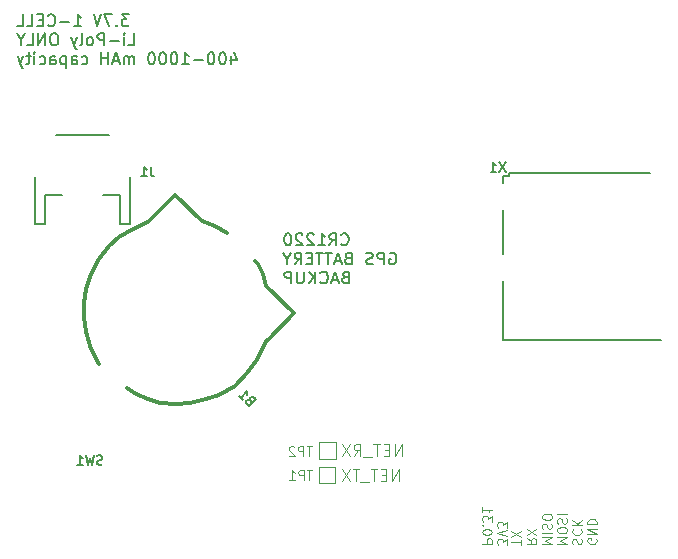
<source format=gbr>
%TF.GenerationSoftware,KiCad,Pcbnew,9.0.0-rc1*%
%TF.CreationDate,2025-02-03T21:42:01-06:00*%
%TF.ProjectId,tempo,74656d70-6f2e-46b6-9963-61645f706362,rev?*%
%TF.SameCoordinates,Original*%
%TF.FileFunction,Legend,Bot*%
%TF.FilePolarity,Positive*%
%FSLAX46Y46*%
G04 Gerber Fmt 4.6, Leading zero omitted, Abs format (unit mm)*
G04 Created by KiCad (PCBNEW 9.0.0-rc1) date 2025-02-03 21:42:01*
%MOMM*%
%LPD*%
G01*
G04 APERTURE LIST*
%ADD10C,0.100000*%
%ADD11C,0.150000*%
%ADD12C,0.127000*%
%ADD13C,0.304800*%
%ADD14C,0.203200*%
%ADD15C,0.120000*%
G04 APERTURE END LIST*
D10*
X173263104Y-113458734D02*
X174063104Y-113458734D01*
X174063104Y-113458734D02*
X173491676Y-113192068D01*
X173491676Y-113192068D02*
X174063104Y-112925401D01*
X174063104Y-112925401D02*
X173263104Y-112925401D01*
X174063104Y-112392067D02*
X174063104Y-112239686D01*
X174063104Y-112239686D02*
X174025009Y-112163496D01*
X174025009Y-112163496D02*
X173948819Y-112087305D01*
X173948819Y-112087305D02*
X173796438Y-112049210D01*
X173796438Y-112049210D02*
X173529771Y-112049210D01*
X173529771Y-112049210D02*
X173377390Y-112087305D01*
X173377390Y-112087305D02*
X173301200Y-112163496D01*
X173301200Y-112163496D02*
X173263104Y-112239686D01*
X173263104Y-112239686D02*
X173263104Y-112392067D01*
X173263104Y-112392067D02*
X173301200Y-112468258D01*
X173301200Y-112468258D02*
X173377390Y-112544448D01*
X173377390Y-112544448D02*
X173529771Y-112582544D01*
X173529771Y-112582544D02*
X173796438Y-112582544D01*
X173796438Y-112582544D02*
X173948819Y-112544448D01*
X173948819Y-112544448D02*
X174025009Y-112468258D01*
X174025009Y-112468258D02*
X174063104Y-112392067D01*
X173301200Y-111744449D02*
X173263104Y-111630163D01*
X173263104Y-111630163D02*
X173263104Y-111439687D01*
X173263104Y-111439687D02*
X173301200Y-111363496D01*
X173301200Y-111363496D02*
X173339295Y-111325401D01*
X173339295Y-111325401D02*
X173415485Y-111287306D01*
X173415485Y-111287306D02*
X173491676Y-111287306D01*
X173491676Y-111287306D02*
X173567866Y-111325401D01*
X173567866Y-111325401D02*
X173605961Y-111363496D01*
X173605961Y-111363496D02*
X173644057Y-111439687D01*
X173644057Y-111439687D02*
X173682152Y-111592068D01*
X173682152Y-111592068D02*
X173720247Y-111668258D01*
X173720247Y-111668258D02*
X173758342Y-111706353D01*
X173758342Y-111706353D02*
X173834533Y-111744449D01*
X173834533Y-111744449D02*
X173910723Y-111744449D01*
X173910723Y-111744449D02*
X173986914Y-111706353D01*
X173986914Y-111706353D02*
X174025009Y-111668258D01*
X174025009Y-111668258D02*
X174063104Y-111592068D01*
X174063104Y-111592068D02*
X174063104Y-111401591D01*
X174063104Y-111401591D02*
X174025009Y-111287306D01*
X173263104Y-110944448D02*
X174063104Y-110944448D01*
D11*
X154958684Y-88094692D02*
X155006303Y-88142312D01*
X155006303Y-88142312D02*
X155149160Y-88189931D01*
X155149160Y-88189931D02*
X155244398Y-88189931D01*
X155244398Y-88189931D02*
X155387255Y-88142312D01*
X155387255Y-88142312D02*
X155482493Y-88047073D01*
X155482493Y-88047073D02*
X155530112Y-87951835D01*
X155530112Y-87951835D02*
X155577731Y-87761359D01*
X155577731Y-87761359D02*
X155577731Y-87618502D01*
X155577731Y-87618502D02*
X155530112Y-87428026D01*
X155530112Y-87428026D02*
X155482493Y-87332788D01*
X155482493Y-87332788D02*
X155387255Y-87237550D01*
X155387255Y-87237550D02*
X155244398Y-87189931D01*
X155244398Y-87189931D02*
X155149160Y-87189931D01*
X155149160Y-87189931D02*
X155006303Y-87237550D01*
X155006303Y-87237550D02*
X154958684Y-87285169D01*
X153958684Y-88189931D02*
X154292017Y-87713740D01*
X154530112Y-88189931D02*
X154530112Y-87189931D01*
X154530112Y-87189931D02*
X154149160Y-87189931D01*
X154149160Y-87189931D02*
X154053922Y-87237550D01*
X154053922Y-87237550D02*
X154006303Y-87285169D01*
X154006303Y-87285169D02*
X153958684Y-87380407D01*
X153958684Y-87380407D02*
X153958684Y-87523264D01*
X153958684Y-87523264D02*
X154006303Y-87618502D01*
X154006303Y-87618502D02*
X154053922Y-87666121D01*
X154053922Y-87666121D02*
X154149160Y-87713740D01*
X154149160Y-87713740D02*
X154530112Y-87713740D01*
X153006303Y-88189931D02*
X153577731Y-88189931D01*
X153292017Y-88189931D02*
X153292017Y-87189931D01*
X153292017Y-87189931D02*
X153387255Y-87332788D01*
X153387255Y-87332788D02*
X153482493Y-87428026D01*
X153482493Y-87428026D02*
X153577731Y-87475645D01*
X152625350Y-87285169D02*
X152577731Y-87237550D01*
X152577731Y-87237550D02*
X152482493Y-87189931D01*
X152482493Y-87189931D02*
X152244398Y-87189931D01*
X152244398Y-87189931D02*
X152149160Y-87237550D01*
X152149160Y-87237550D02*
X152101541Y-87285169D01*
X152101541Y-87285169D02*
X152053922Y-87380407D01*
X152053922Y-87380407D02*
X152053922Y-87475645D01*
X152053922Y-87475645D02*
X152101541Y-87618502D01*
X152101541Y-87618502D02*
X152672969Y-88189931D01*
X152672969Y-88189931D02*
X152053922Y-88189931D01*
X151672969Y-87285169D02*
X151625350Y-87237550D01*
X151625350Y-87237550D02*
X151530112Y-87189931D01*
X151530112Y-87189931D02*
X151292017Y-87189931D01*
X151292017Y-87189931D02*
X151196779Y-87237550D01*
X151196779Y-87237550D02*
X151149160Y-87285169D01*
X151149160Y-87285169D02*
X151101541Y-87380407D01*
X151101541Y-87380407D02*
X151101541Y-87475645D01*
X151101541Y-87475645D02*
X151149160Y-87618502D01*
X151149160Y-87618502D02*
X151720588Y-88189931D01*
X151720588Y-88189931D02*
X151101541Y-88189931D01*
X150482493Y-87189931D02*
X150387255Y-87189931D01*
X150387255Y-87189931D02*
X150292017Y-87237550D01*
X150292017Y-87237550D02*
X150244398Y-87285169D01*
X150244398Y-87285169D02*
X150196779Y-87380407D01*
X150196779Y-87380407D02*
X150149160Y-87570883D01*
X150149160Y-87570883D02*
X150149160Y-87808978D01*
X150149160Y-87808978D02*
X150196779Y-87999454D01*
X150196779Y-87999454D02*
X150244398Y-88094692D01*
X150244398Y-88094692D02*
X150292017Y-88142312D01*
X150292017Y-88142312D02*
X150387255Y-88189931D01*
X150387255Y-88189931D02*
X150482493Y-88189931D01*
X150482493Y-88189931D02*
X150577731Y-88142312D01*
X150577731Y-88142312D02*
X150625350Y-88094692D01*
X150625350Y-88094692D02*
X150672969Y-87999454D01*
X150672969Y-87999454D02*
X150720588Y-87808978D01*
X150720588Y-87808978D02*
X150720588Y-87570883D01*
X150720588Y-87570883D02*
X150672969Y-87380407D01*
X150672969Y-87380407D02*
X150625350Y-87285169D01*
X150625350Y-87285169D02*
X150577731Y-87237550D01*
X150577731Y-87237550D02*
X150482493Y-87189931D01*
X159053923Y-88847494D02*
X159149161Y-88799875D01*
X159149161Y-88799875D02*
X159292018Y-88799875D01*
X159292018Y-88799875D02*
X159434875Y-88847494D01*
X159434875Y-88847494D02*
X159530113Y-88942732D01*
X159530113Y-88942732D02*
X159577732Y-89037970D01*
X159577732Y-89037970D02*
X159625351Y-89228446D01*
X159625351Y-89228446D02*
X159625351Y-89371303D01*
X159625351Y-89371303D02*
X159577732Y-89561779D01*
X159577732Y-89561779D02*
X159530113Y-89657017D01*
X159530113Y-89657017D02*
X159434875Y-89752256D01*
X159434875Y-89752256D02*
X159292018Y-89799875D01*
X159292018Y-89799875D02*
X159196780Y-89799875D01*
X159196780Y-89799875D02*
X159053923Y-89752256D01*
X159053923Y-89752256D02*
X159006304Y-89704636D01*
X159006304Y-89704636D02*
X159006304Y-89371303D01*
X159006304Y-89371303D02*
X159196780Y-89371303D01*
X158577732Y-89799875D02*
X158577732Y-88799875D01*
X158577732Y-88799875D02*
X158196780Y-88799875D01*
X158196780Y-88799875D02*
X158101542Y-88847494D01*
X158101542Y-88847494D02*
X158053923Y-88895113D01*
X158053923Y-88895113D02*
X158006304Y-88990351D01*
X158006304Y-88990351D02*
X158006304Y-89133208D01*
X158006304Y-89133208D02*
X158053923Y-89228446D01*
X158053923Y-89228446D02*
X158101542Y-89276065D01*
X158101542Y-89276065D02*
X158196780Y-89323684D01*
X158196780Y-89323684D02*
X158577732Y-89323684D01*
X157625351Y-89752256D02*
X157482494Y-89799875D01*
X157482494Y-89799875D02*
X157244399Y-89799875D01*
X157244399Y-89799875D02*
X157149161Y-89752256D01*
X157149161Y-89752256D02*
X157101542Y-89704636D01*
X157101542Y-89704636D02*
X157053923Y-89609398D01*
X157053923Y-89609398D02*
X157053923Y-89514160D01*
X157053923Y-89514160D02*
X157101542Y-89418922D01*
X157101542Y-89418922D02*
X157149161Y-89371303D01*
X157149161Y-89371303D02*
X157244399Y-89323684D01*
X157244399Y-89323684D02*
X157434875Y-89276065D01*
X157434875Y-89276065D02*
X157530113Y-89228446D01*
X157530113Y-89228446D02*
X157577732Y-89180827D01*
X157577732Y-89180827D02*
X157625351Y-89085589D01*
X157625351Y-89085589D02*
X157625351Y-88990351D01*
X157625351Y-88990351D02*
X157577732Y-88895113D01*
X157577732Y-88895113D02*
X157530113Y-88847494D01*
X157530113Y-88847494D02*
X157434875Y-88799875D01*
X157434875Y-88799875D02*
X157196780Y-88799875D01*
X157196780Y-88799875D02*
X157053923Y-88847494D01*
X155530113Y-89276065D02*
X155387256Y-89323684D01*
X155387256Y-89323684D02*
X155339637Y-89371303D01*
X155339637Y-89371303D02*
X155292018Y-89466541D01*
X155292018Y-89466541D02*
X155292018Y-89609398D01*
X155292018Y-89609398D02*
X155339637Y-89704636D01*
X155339637Y-89704636D02*
X155387256Y-89752256D01*
X155387256Y-89752256D02*
X155482494Y-89799875D01*
X155482494Y-89799875D02*
X155863446Y-89799875D01*
X155863446Y-89799875D02*
X155863446Y-88799875D01*
X155863446Y-88799875D02*
X155530113Y-88799875D01*
X155530113Y-88799875D02*
X155434875Y-88847494D01*
X155434875Y-88847494D02*
X155387256Y-88895113D01*
X155387256Y-88895113D02*
X155339637Y-88990351D01*
X155339637Y-88990351D02*
X155339637Y-89085589D01*
X155339637Y-89085589D02*
X155387256Y-89180827D01*
X155387256Y-89180827D02*
X155434875Y-89228446D01*
X155434875Y-89228446D02*
X155530113Y-89276065D01*
X155530113Y-89276065D02*
X155863446Y-89276065D01*
X154911065Y-89514160D02*
X154434875Y-89514160D01*
X155006303Y-89799875D02*
X154672970Y-88799875D01*
X154672970Y-88799875D02*
X154339637Y-89799875D01*
X154149160Y-88799875D02*
X153577732Y-88799875D01*
X153863446Y-89799875D02*
X153863446Y-88799875D01*
X153387255Y-88799875D02*
X152815827Y-88799875D01*
X153101541Y-89799875D02*
X153101541Y-88799875D01*
X152482493Y-89276065D02*
X152149160Y-89276065D01*
X152006303Y-89799875D02*
X152482493Y-89799875D01*
X152482493Y-89799875D02*
X152482493Y-88799875D01*
X152482493Y-88799875D02*
X152006303Y-88799875D01*
X151006303Y-89799875D02*
X151339636Y-89323684D01*
X151577731Y-89799875D02*
X151577731Y-88799875D01*
X151577731Y-88799875D02*
X151196779Y-88799875D01*
X151196779Y-88799875D02*
X151101541Y-88847494D01*
X151101541Y-88847494D02*
X151053922Y-88895113D01*
X151053922Y-88895113D02*
X151006303Y-88990351D01*
X151006303Y-88990351D02*
X151006303Y-89133208D01*
X151006303Y-89133208D02*
X151053922Y-89228446D01*
X151053922Y-89228446D02*
X151101541Y-89276065D01*
X151101541Y-89276065D02*
X151196779Y-89323684D01*
X151196779Y-89323684D02*
X151577731Y-89323684D01*
X150387255Y-89323684D02*
X150387255Y-89799875D01*
X150720588Y-88799875D02*
X150387255Y-89323684D01*
X150387255Y-89323684D02*
X150053922Y-88799875D01*
X155292017Y-90886009D02*
X155149160Y-90933628D01*
X155149160Y-90933628D02*
X155101541Y-90981247D01*
X155101541Y-90981247D02*
X155053922Y-91076485D01*
X155053922Y-91076485D02*
X155053922Y-91219342D01*
X155053922Y-91219342D02*
X155101541Y-91314580D01*
X155101541Y-91314580D02*
X155149160Y-91362200D01*
X155149160Y-91362200D02*
X155244398Y-91409819D01*
X155244398Y-91409819D02*
X155625350Y-91409819D01*
X155625350Y-91409819D02*
X155625350Y-90409819D01*
X155625350Y-90409819D02*
X155292017Y-90409819D01*
X155292017Y-90409819D02*
X155196779Y-90457438D01*
X155196779Y-90457438D02*
X155149160Y-90505057D01*
X155149160Y-90505057D02*
X155101541Y-90600295D01*
X155101541Y-90600295D02*
X155101541Y-90695533D01*
X155101541Y-90695533D02*
X155149160Y-90790771D01*
X155149160Y-90790771D02*
X155196779Y-90838390D01*
X155196779Y-90838390D02*
X155292017Y-90886009D01*
X155292017Y-90886009D02*
X155625350Y-90886009D01*
X154672969Y-91124104D02*
X154196779Y-91124104D01*
X154768207Y-91409819D02*
X154434874Y-90409819D01*
X154434874Y-90409819D02*
X154101541Y-91409819D01*
X153196779Y-91314580D02*
X153244398Y-91362200D01*
X153244398Y-91362200D02*
X153387255Y-91409819D01*
X153387255Y-91409819D02*
X153482493Y-91409819D01*
X153482493Y-91409819D02*
X153625350Y-91362200D01*
X153625350Y-91362200D02*
X153720588Y-91266961D01*
X153720588Y-91266961D02*
X153768207Y-91171723D01*
X153768207Y-91171723D02*
X153815826Y-90981247D01*
X153815826Y-90981247D02*
X153815826Y-90838390D01*
X153815826Y-90838390D02*
X153768207Y-90647914D01*
X153768207Y-90647914D02*
X153720588Y-90552676D01*
X153720588Y-90552676D02*
X153625350Y-90457438D01*
X153625350Y-90457438D02*
X153482493Y-90409819D01*
X153482493Y-90409819D02*
X153387255Y-90409819D01*
X153387255Y-90409819D02*
X153244398Y-90457438D01*
X153244398Y-90457438D02*
X153196779Y-90505057D01*
X152768207Y-91409819D02*
X152768207Y-90409819D01*
X152196779Y-91409819D02*
X152625350Y-90838390D01*
X152196779Y-90409819D02*
X152768207Y-90981247D01*
X151768207Y-90409819D02*
X151768207Y-91219342D01*
X151768207Y-91219342D02*
X151720588Y-91314580D01*
X151720588Y-91314580D02*
X151672969Y-91362200D01*
X151672969Y-91362200D02*
X151577731Y-91409819D01*
X151577731Y-91409819D02*
X151387255Y-91409819D01*
X151387255Y-91409819D02*
X151292017Y-91362200D01*
X151292017Y-91362200D02*
X151244398Y-91314580D01*
X151244398Y-91314580D02*
X151196779Y-91219342D01*
X151196779Y-91219342D02*
X151196779Y-90409819D01*
X150720588Y-91409819D02*
X150720588Y-90409819D01*
X150720588Y-90409819D02*
X150339636Y-90409819D01*
X150339636Y-90409819D02*
X150244398Y-90457438D01*
X150244398Y-90457438D02*
X150196779Y-90505057D01*
X150196779Y-90505057D02*
X150149160Y-90600295D01*
X150149160Y-90600295D02*
X150149160Y-90743152D01*
X150149160Y-90743152D02*
X150196779Y-90838390D01*
X150196779Y-90838390D02*
X150244398Y-90886009D01*
X150244398Y-90886009D02*
X150339636Y-90933628D01*
X150339636Y-90933628D02*
X150720588Y-90933628D01*
D10*
X166888104Y-113458734D02*
X167688104Y-113458734D01*
X167688104Y-113458734D02*
X167688104Y-113153972D01*
X167688104Y-113153972D02*
X167650009Y-113077782D01*
X167650009Y-113077782D02*
X167611914Y-113039687D01*
X167611914Y-113039687D02*
X167535723Y-113001591D01*
X167535723Y-113001591D02*
X167421438Y-113001591D01*
X167421438Y-113001591D02*
X167345247Y-113039687D01*
X167345247Y-113039687D02*
X167307152Y-113077782D01*
X167307152Y-113077782D02*
X167269057Y-113153972D01*
X167269057Y-113153972D02*
X167269057Y-113458734D01*
X167688104Y-112506353D02*
X167688104Y-112430163D01*
X167688104Y-112430163D02*
X167650009Y-112353972D01*
X167650009Y-112353972D02*
X167611914Y-112315877D01*
X167611914Y-112315877D02*
X167535723Y-112277782D01*
X167535723Y-112277782D02*
X167383342Y-112239687D01*
X167383342Y-112239687D02*
X167192866Y-112239687D01*
X167192866Y-112239687D02*
X167040485Y-112277782D01*
X167040485Y-112277782D02*
X166964295Y-112315877D01*
X166964295Y-112315877D02*
X166926200Y-112353972D01*
X166926200Y-112353972D02*
X166888104Y-112430163D01*
X166888104Y-112430163D02*
X166888104Y-112506353D01*
X166888104Y-112506353D02*
X166926200Y-112582544D01*
X166926200Y-112582544D02*
X166964295Y-112620639D01*
X166964295Y-112620639D02*
X167040485Y-112658734D01*
X167040485Y-112658734D02*
X167192866Y-112696830D01*
X167192866Y-112696830D02*
X167383342Y-112696830D01*
X167383342Y-112696830D02*
X167535723Y-112658734D01*
X167535723Y-112658734D02*
X167611914Y-112620639D01*
X167611914Y-112620639D02*
X167650009Y-112582544D01*
X167650009Y-112582544D02*
X167688104Y-112506353D01*
X166964295Y-111896829D02*
X166926200Y-111858734D01*
X166926200Y-111858734D02*
X166888104Y-111896829D01*
X166888104Y-111896829D02*
X166926200Y-111934925D01*
X166926200Y-111934925D02*
X166964295Y-111896829D01*
X166964295Y-111896829D02*
X166888104Y-111896829D01*
X167688104Y-111592068D02*
X167688104Y-111096830D01*
X167688104Y-111096830D02*
X167383342Y-111363496D01*
X167383342Y-111363496D02*
X167383342Y-111249211D01*
X167383342Y-111249211D02*
X167345247Y-111173020D01*
X167345247Y-111173020D02*
X167307152Y-111134925D01*
X167307152Y-111134925D02*
X167230961Y-111096830D01*
X167230961Y-111096830D02*
X167040485Y-111096830D01*
X167040485Y-111096830D02*
X166964295Y-111134925D01*
X166964295Y-111134925D02*
X166926200Y-111173020D01*
X166926200Y-111173020D02*
X166888104Y-111249211D01*
X166888104Y-111249211D02*
X166888104Y-111477782D01*
X166888104Y-111477782D02*
X166926200Y-111553973D01*
X166926200Y-111553973D02*
X166964295Y-111592068D01*
X166888104Y-110334925D02*
X166888104Y-110792068D01*
X166888104Y-110563496D02*
X167688104Y-110563496D01*
X167688104Y-110563496D02*
X167573819Y-110639687D01*
X167573819Y-110639687D02*
X167497628Y-110715877D01*
X167497628Y-110715877D02*
X167459533Y-110792068D01*
X170663104Y-113001591D02*
X171044057Y-113268258D01*
X170663104Y-113458734D02*
X171463104Y-113458734D01*
X171463104Y-113458734D02*
X171463104Y-113153972D01*
X171463104Y-113153972D02*
X171425009Y-113077782D01*
X171425009Y-113077782D02*
X171386914Y-113039687D01*
X171386914Y-113039687D02*
X171310723Y-113001591D01*
X171310723Y-113001591D02*
X171196438Y-113001591D01*
X171196438Y-113001591D02*
X171120247Y-113039687D01*
X171120247Y-113039687D02*
X171082152Y-113077782D01*
X171082152Y-113077782D02*
X171044057Y-113153972D01*
X171044057Y-113153972D02*
X171044057Y-113458734D01*
X171463104Y-112734925D02*
X170663104Y-112201591D01*
X171463104Y-112201591D02*
X170663104Y-112734925D01*
X171988104Y-113458734D02*
X172788104Y-113458734D01*
X172788104Y-113458734D02*
X172216676Y-113192068D01*
X172216676Y-113192068D02*
X172788104Y-112925401D01*
X172788104Y-112925401D02*
X171988104Y-112925401D01*
X171988104Y-112544448D02*
X172788104Y-112544448D01*
X172026200Y-112201592D02*
X171988104Y-112087306D01*
X171988104Y-112087306D02*
X171988104Y-111896830D01*
X171988104Y-111896830D02*
X172026200Y-111820639D01*
X172026200Y-111820639D02*
X172064295Y-111782544D01*
X172064295Y-111782544D02*
X172140485Y-111744449D01*
X172140485Y-111744449D02*
X172216676Y-111744449D01*
X172216676Y-111744449D02*
X172292866Y-111782544D01*
X172292866Y-111782544D02*
X172330961Y-111820639D01*
X172330961Y-111820639D02*
X172369057Y-111896830D01*
X172369057Y-111896830D02*
X172407152Y-112049211D01*
X172407152Y-112049211D02*
X172445247Y-112125401D01*
X172445247Y-112125401D02*
X172483342Y-112163496D01*
X172483342Y-112163496D02*
X172559533Y-112201592D01*
X172559533Y-112201592D02*
X172635723Y-112201592D01*
X172635723Y-112201592D02*
X172711914Y-112163496D01*
X172711914Y-112163496D02*
X172750009Y-112125401D01*
X172750009Y-112125401D02*
X172788104Y-112049211D01*
X172788104Y-112049211D02*
X172788104Y-111858734D01*
X172788104Y-111858734D02*
X172750009Y-111744449D01*
X172788104Y-111249210D02*
X172788104Y-111096829D01*
X172788104Y-111096829D02*
X172750009Y-111020639D01*
X172750009Y-111020639D02*
X172673819Y-110944448D01*
X172673819Y-110944448D02*
X172521438Y-110906353D01*
X172521438Y-110906353D02*
X172254771Y-110906353D01*
X172254771Y-110906353D02*
X172102390Y-110944448D01*
X172102390Y-110944448D02*
X172026200Y-111020639D01*
X172026200Y-111020639D02*
X171988104Y-111096829D01*
X171988104Y-111096829D02*
X171988104Y-111249210D01*
X171988104Y-111249210D02*
X172026200Y-111325401D01*
X172026200Y-111325401D02*
X172102390Y-111401591D01*
X172102390Y-111401591D02*
X172254771Y-111439687D01*
X172254771Y-111439687D02*
X172521438Y-111439687D01*
X172521438Y-111439687D02*
X172673819Y-111401591D01*
X172673819Y-111401591D02*
X172750009Y-111325401D01*
X172750009Y-111325401D02*
X172788104Y-111249210D01*
D11*
X136980112Y-68639931D02*
X136361065Y-68639931D01*
X136361065Y-68639931D02*
X136694398Y-69020883D01*
X136694398Y-69020883D02*
X136551541Y-69020883D01*
X136551541Y-69020883D02*
X136456303Y-69068502D01*
X136456303Y-69068502D02*
X136408684Y-69116121D01*
X136408684Y-69116121D02*
X136361065Y-69211359D01*
X136361065Y-69211359D02*
X136361065Y-69449454D01*
X136361065Y-69449454D02*
X136408684Y-69544692D01*
X136408684Y-69544692D02*
X136456303Y-69592312D01*
X136456303Y-69592312D02*
X136551541Y-69639931D01*
X136551541Y-69639931D02*
X136837255Y-69639931D01*
X136837255Y-69639931D02*
X136932493Y-69592312D01*
X136932493Y-69592312D02*
X136980112Y-69544692D01*
X135932493Y-69544692D02*
X135884874Y-69592312D01*
X135884874Y-69592312D02*
X135932493Y-69639931D01*
X135932493Y-69639931D02*
X135980112Y-69592312D01*
X135980112Y-69592312D02*
X135932493Y-69544692D01*
X135932493Y-69544692D02*
X135932493Y-69639931D01*
X135551541Y-68639931D02*
X134884875Y-68639931D01*
X134884875Y-68639931D02*
X135313446Y-69639931D01*
X134646779Y-68639931D02*
X134313446Y-69639931D01*
X134313446Y-69639931D02*
X133980113Y-68639931D01*
X132361065Y-69639931D02*
X132932493Y-69639931D01*
X132646779Y-69639931D02*
X132646779Y-68639931D01*
X132646779Y-68639931D02*
X132742017Y-68782788D01*
X132742017Y-68782788D02*
X132837255Y-68878026D01*
X132837255Y-68878026D02*
X132932493Y-68925645D01*
X131932493Y-69258978D02*
X131170589Y-69258978D01*
X130122970Y-69544692D02*
X130170589Y-69592312D01*
X130170589Y-69592312D02*
X130313446Y-69639931D01*
X130313446Y-69639931D02*
X130408684Y-69639931D01*
X130408684Y-69639931D02*
X130551541Y-69592312D01*
X130551541Y-69592312D02*
X130646779Y-69497073D01*
X130646779Y-69497073D02*
X130694398Y-69401835D01*
X130694398Y-69401835D02*
X130742017Y-69211359D01*
X130742017Y-69211359D02*
X130742017Y-69068502D01*
X130742017Y-69068502D02*
X130694398Y-68878026D01*
X130694398Y-68878026D02*
X130646779Y-68782788D01*
X130646779Y-68782788D02*
X130551541Y-68687550D01*
X130551541Y-68687550D02*
X130408684Y-68639931D01*
X130408684Y-68639931D02*
X130313446Y-68639931D01*
X130313446Y-68639931D02*
X130170589Y-68687550D01*
X130170589Y-68687550D02*
X130122970Y-68735169D01*
X129694398Y-69116121D02*
X129361065Y-69116121D01*
X129218208Y-69639931D02*
X129694398Y-69639931D01*
X129694398Y-69639931D02*
X129694398Y-68639931D01*
X129694398Y-68639931D02*
X129218208Y-68639931D01*
X128313446Y-69639931D02*
X128789636Y-69639931D01*
X128789636Y-69639931D02*
X128789636Y-68639931D01*
X127503922Y-69639931D02*
X127980112Y-69639931D01*
X127980112Y-69639931D02*
X127980112Y-68639931D01*
X136932494Y-71249875D02*
X137408684Y-71249875D01*
X137408684Y-71249875D02*
X137408684Y-70249875D01*
X136599160Y-71249875D02*
X136599160Y-70583208D01*
X136599160Y-70249875D02*
X136646779Y-70297494D01*
X136646779Y-70297494D02*
X136599160Y-70345113D01*
X136599160Y-70345113D02*
X136551541Y-70297494D01*
X136551541Y-70297494D02*
X136599160Y-70249875D01*
X136599160Y-70249875D02*
X136599160Y-70345113D01*
X136122970Y-70868922D02*
X135361066Y-70868922D01*
X134884875Y-71249875D02*
X134884875Y-70249875D01*
X134884875Y-70249875D02*
X134503923Y-70249875D01*
X134503923Y-70249875D02*
X134408685Y-70297494D01*
X134408685Y-70297494D02*
X134361066Y-70345113D01*
X134361066Y-70345113D02*
X134313447Y-70440351D01*
X134313447Y-70440351D02*
X134313447Y-70583208D01*
X134313447Y-70583208D02*
X134361066Y-70678446D01*
X134361066Y-70678446D02*
X134408685Y-70726065D01*
X134408685Y-70726065D02*
X134503923Y-70773684D01*
X134503923Y-70773684D02*
X134884875Y-70773684D01*
X133742018Y-71249875D02*
X133837256Y-71202256D01*
X133837256Y-71202256D02*
X133884875Y-71154636D01*
X133884875Y-71154636D02*
X133932494Y-71059398D01*
X133932494Y-71059398D02*
X133932494Y-70773684D01*
X133932494Y-70773684D02*
X133884875Y-70678446D01*
X133884875Y-70678446D02*
X133837256Y-70630827D01*
X133837256Y-70630827D02*
X133742018Y-70583208D01*
X133742018Y-70583208D02*
X133599161Y-70583208D01*
X133599161Y-70583208D02*
X133503923Y-70630827D01*
X133503923Y-70630827D02*
X133456304Y-70678446D01*
X133456304Y-70678446D02*
X133408685Y-70773684D01*
X133408685Y-70773684D02*
X133408685Y-71059398D01*
X133408685Y-71059398D02*
X133456304Y-71154636D01*
X133456304Y-71154636D02*
X133503923Y-71202256D01*
X133503923Y-71202256D02*
X133599161Y-71249875D01*
X133599161Y-71249875D02*
X133742018Y-71249875D01*
X132837256Y-71249875D02*
X132932494Y-71202256D01*
X132932494Y-71202256D02*
X132980113Y-71107017D01*
X132980113Y-71107017D02*
X132980113Y-70249875D01*
X132551541Y-70583208D02*
X132313446Y-71249875D01*
X132075351Y-70583208D02*
X132313446Y-71249875D01*
X132313446Y-71249875D02*
X132408684Y-71487970D01*
X132408684Y-71487970D02*
X132456303Y-71535589D01*
X132456303Y-71535589D02*
X132551541Y-71583208D01*
X130742017Y-70249875D02*
X130551541Y-70249875D01*
X130551541Y-70249875D02*
X130456303Y-70297494D01*
X130456303Y-70297494D02*
X130361065Y-70392732D01*
X130361065Y-70392732D02*
X130313446Y-70583208D01*
X130313446Y-70583208D02*
X130313446Y-70916541D01*
X130313446Y-70916541D02*
X130361065Y-71107017D01*
X130361065Y-71107017D02*
X130456303Y-71202256D01*
X130456303Y-71202256D02*
X130551541Y-71249875D01*
X130551541Y-71249875D02*
X130742017Y-71249875D01*
X130742017Y-71249875D02*
X130837255Y-71202256D01*
X130837255Y-71202256D02*
X130932493Y-71107017D01*
X130932493Y-71107017D02*
X130980112Y-70916541D01*
X130980112Y-70916541D02*
X130980112Y-70583208D01*
X130980112Y-70583208D02*
X130932493Y-70392732D01*
X130932493Y-70392732D02*
X130837255Y-70297494D01*
X130837255Y-70297494D02*
X130742017Y-70249875D01*
X129884874Y-71249875D02*
X129884874Y-70249875D01*
X129884874Y-70249875D02*
X129313446Y-71249875D01*
X129313446Y-71249875D02*
X129313446Y-70249875D01*
X128361065Y-71249875D02*
X128837255Y-71249875D01*
X128837255Y-71249875D02*
X128837255Y-70249875D01*
X127837255Y-70773684D02*
X127837255Y-71249875D01*
X128170588Y-70249875D02*
X127837255Y-70773684D01*
X127837255Y-70773684D02*
X127503922Y-70249875D01*
X145646780Y-72193152D02*
X145646780Y-72859819D01*
X145884875Y-71812200D02*
X146122970Y-72526485D01*
X146122970Y-72526485D02*
X145503923Y-72526485D01*
X144932494Y-71859819D02*
X144837256Y-71859819D01*
X144837256Y-71859819D02*
X144742018Y-71907438D01*
X144742018Y-71907438D02*
X144694399Y-71955057D01*
X144694399Y-71955057D02*
X144646780Y-72050295D01*
X144646780Y-72050295D02*
X144599161Y-72240771D01*
X144599161Y-72240771D02*
X144599161Y-72478866D01*
X144599161Y-72478866D02*
X144646780Y-72669342D01*
X144646780Y-72669342D02*
X144694399Y-72764580D01*
X144694399Y-72764580D02*
X144742018Y-72812200D01*
X144742018Y-72812200D02*
X144837256Y-72859819D01*
X144837256Y-72859819D02*
X144932494Y-72859819D01*
X144932494Y-72859819D02*
X145027732Y-72812200D01*
X145027732Y-72812200D02*
X145075351Y-72764580D01*
X145075351Y-72764580D02*
X145122970Y-72669342D01*
X145122970Y-72669342D02*
X145170589Y-72478866D01*
X145170589Y-72478866D02*
X145170589Y-72240771D01*
X145170589Y-72240771D02*
X145122970Y-72050295D01*
X145122970Y-72050295D02*
X145075351Y-71955057D01*
X145075351Y-71955057D02*
X145027732Y-71907438D01*
X145027732Y-71907438D02*
X144932494Y-71859819D01*
X143980113Y-71859819D02*
X143884875Y-71859819D01*
X143884875Y-71859819D02*
X143789637Y-71907438D01*
X143789637Y-71907438D02*
X143742018Y-71955057D01*
X143742018Y-71955057D02*
X143694399Y-72050295D01*
X143694399Y-72050295D02*
X143646780Y-72240771D01*
X143646780Y-72240771D02*
X143646780Y-72478866D01*
X143646780Y-72478866D02*
X143694399Y-72669342D01*
X143694399Y-72669342D02*
X143742018Y-72764580D01*
X143742018Y-72764580D02*
X143789637Y-72812200D01*
X143789637Y-72812200D02*
X143884875Y-72859819D01*
X143884875Y-72859819D02*
X143980113Y-72859819D01*
X143980113Y-72859819D02*
X144075351Y-72812200D01*
X144075351Y-72812200D02*
X144122970Y-72764580D01*
X144122970Y-72764580D02*
X144170589Y-72669342D01*
X144170589Y-72669342D02*
X144218208Y-72478866D01*
X144218208Y-72478866D02*
X144218208Y-72240771D01*
X144218208Y-72240771D02*
X144170589Y-72050295D01*
X144170589Y-72050295D02*
X144122970Y-71955057D01*
X144122970Y-71955057D02*
X144075351Y-71907438D01*
X144075351Y-71907438D02*
X143980113Y-71859819D01*
X143218208Y-72478866D02*
X142456304Y-72478866D01*
X141456304Y-72859819D02*
X142027732Y-72859819D01*
X141742018Y-72859819D02*
X141742018Y-71859819D01*
X141742018Y-71859819D02*
X141837256Y-72002676D01*
X141837256Y-72002676D02*
X141932494Y-72097914D01*
X141932494Y-72097914D02*
X142027732Y-72145533D01*
X140837256Y-71859819D02*
X140742018Y-71859819D01*
X140742018Y-71859819D02*
X140646780Y-71907438D01*
X140646780Y-71907438D02*
X140599161Y-71955057D01*
X140599161Y-71955057D02*
X140551542Y-72050295D01*
X140551542Y-72050295D02*
X140503923Y-72240771D01*
X140503923Y-72240771D02*
X140503923Y-72478866D01*
X140503923Y-72478866D02*
X140551542Y-72669342D01*
X140551542Y-72669342D02*
X140599161Y-72764580D01*
X140599161Y-72764580D02*
X140646780Y-72812200D01*
X140646780Y-72812200D02*
X140742018Y-72859819D01*
X140742018Y-72859819D02*
X140837256Y-72859819D01*
X140837256Y-72859819D02*
X140932494Y-72812200D01*
X140932494Y-72812200D02*
X140980113Y-72764580D01*
X140980113Y-72764580D02*
X141027732Y-72669342D01*
X141027732Y-72669342D02*
X141075351Y-72478866D01*
X141075351Y-72478866D02*
X141075351Y-72240771D01*
X141075351Y-72240771D02*
X141027732Y-72050295D01*
X141027732Y-72050295D02*
X140980113Y-71955057D01*
X140980113Y-71955057D02*
X140932494Y-71907438D01*
X140932494Y-71907438D02*
X140837256Y-71859819D01*
X139884875Y-71859819D02*
X139789637Y-71859819D01*
X139789637Y-71859819D02*
X139694399Y-71907438D01*
X139694399Y-71907438D02*
X139646780Y-71955057D01*
X139646780Y-71955057D02*
X139599161Y-72050295D01*
X139599161Y-72050295D02*
X139551542Y-72240771D01*
X139551542Y-72240771D02*
X139551542Y-72478866D01*
X139551542Y-72478866D02*
X139599161Y-72669342D01*
X139599161Y-72669342D02*
X139646780Y-72764580D01*
X139646780Y-72764580D02*
X139694399Y-72812200D01*
X139694399Y-72812200D02*
X139789637Y-72859819D01*
X139789637Y-72859819D02*
X139884875Y-72859819D01*
X139884875Y-72859819D02*
X139980113Y-72812200D01*
X139980113Y-72812200D02*
X140027732Y-72764580D01*
X140027732Y-72764580D02*
X140075351Y-72669342D01*
X140075351Y-72669342D02*
X140122970Y-72478866D01*
X140122970Y-72478866D02*
X140122970Y-72240771D01*
X140122970Y-72240771D02*
X140075351Y-72050295D01*
X140075351Y-72050295D02*
X140027732Y-71955057D01*
X140027732Y-71955057D02*
X139980113Y-71907438D01*
X139980113Y-71907438D02*
X139884875Y-71859819D01*
X138932494Y-71859819D02*
X138837256Y-71859819D01*
X138837256Y-71859819D02*
X138742018Y-71907438D01*
X138742018Y-71907438D02*
X138694399Y-71955057D01*
X138694399Y-71955057D02*
X138646780Y-72050295D01*
X138646780Y-72050295D02*
X138599161Y-72240771D01*
X138599161Y-72240771D02*
X138599161Y-72478866D01*
X138599161Y-72478866D02*
X138646780Y-72669342D01*
X138646780Y-72669342D02*
X138694399Y-72764580D01*
X138694399Y-72764580D02*
X138742018Y-72812200D01*
X138742018Y-72812200D02*
X138837256Y-72859819D01*
X138837256Y-72859819D02*
X138932494Y-72859819D01*
X138932494Y-72859819D02*
X139027732Y-72812200D01*
X139027732Y-72812200D02*
X139075351Y-72764580D01*
X139075351Y-72764580D02*
X139122970Y-72669342D01*
X139122970Y-72669342D02*
X139170589Y-72478866D01*
X139170589Y-72478866D02*
X139170589Y-72240771D01*
X139170589Y-72240771D02*
X139122970Y-72050295D01*
X139122970Y-72050295D02*
X139075351Y-71955057D01*
X139075351Y-71955057D02*
X139027732Y-71907438D01*
X139027732Y-71907438D02*
X138932494Y-71859819D01*
X137408684Y-72859819D02*
X137408684Y-72193152D01*
X137408684Y-72288390D02*
X137361065Y-72240771D01*
X137361065Y-72240771D02*
X137265827Y-72193152D01*
X137265827Y-72193152D02*
X137122970Y-72193152D01*
X137122970Y-72193152D02*
X137027732Y-72240771D01*
X137027732Y-72240771D02*
X136980113Y-72336009D01*
X136980113Y-72336009D02*
X136980113Y-72859819D01*
X136980113Y-72336009D02*
X136932494Y-72240771D01*
X136932494Y-72240771D02*
X136837256Y-72193152D01*
X136837256Y-72193152D02*
X136694399Y-72193152D01*
X136694399Y-72193152D02*
X136599160Y-72240771D01*
X136599160Y-72240771D02*
X136551541Y-72336009D01*
X136551541Y-72336009D02*
X136551541Y-72859819D01*
X136122970Y-72574104D02*
X135646780Y-72574104D01*
X136218208Y-72859819D02*
X135884875Y-71859819D01*
X135884875Y-71859819D02*
X135551542Y-72859819D01*
X135218208Y-72859819D02*
X135218208Y-71859819D01*
X135218208Y-72336009D02*
X134646780Y-72336009D01*
X134646780Y-72859819D02*
X134646780Y-71859819D01*
X132980113Y-72812200D02*
X133075351Y-72859819D01*
X133075351Y-72859819D02*
X133265827Y-72859819D01*
X133265827Y-72859819D02*
X133361065Y-72812200D01*
X133361065Y-72812200D02*
X133408684Y-72764580D01*
X133408684Y-72764580D02*
X133456303Y-72669342D01*
X133456303Y-72669342D02*
X133456303Y-72383628D01*
X133456303Y-72383628D02*
X133408684Y-72288390D01*
X133408684Y-72288390D02*
X133361065Y-72240771D01*
X133361065Y-72240771D02*
X133265827Y-72193152D01*
X133265827Y-72193152D02*
X133075351Y-72193152D01*
X133075351Y-72193152D02*
X132980113Y-72240771D01*
X132122970Y-72859819D02*
X132122970Y-72336009D01*
X132122970Y-72336009D02*
X132170589Y-72240771D01*
X132170589Y-72240771D02*
X132265827Y-72193152D01*
X132265827Y-72193152D02*
X132456303Y-72193152D01*
X132456303Y-72193152D02*
X132551541Y-72240771D01*
X132122970Y-72812200D02*
X132218208Y-72859819D01*
X132218208Y-72859819D02*
X132456303Y-72859819D01*
X132456303Y-72859819D02*
X132551541Y-72812200D01*
X132551541Y-72812200D02*
X132599160Y-72716961D01*
X132599160Y-72716961D02*
X132599160Y-72621723D01*
X132599160Y-72621723D02*
X132551541Y-72526485D01*
X132551541Y-72526485D02*
X132456303Y-72478866D01*
X132456303Y-72478866D02*
X132218208Y-72478866D01*
X132218208Y-72478866D02*
X132122970Y-72431247D01*
X131646779Y-72193152D02*
X131646779Y-73193152D01*
X131646779Y-72240771D02*
X131551541Y-72193152D01*
X131551541Y-72193152D02*
X131361065Y-72193152D01*
X131361065Y-72193152D02*
X131265827Y-72240771D01*
X131265827Y-72240771D02*
X131218208Y-72288390D01*
X131218208Y-72288390D02*
X131170589Y-72383628D01*
X131170589Y-72383628D02*
X131170589Y-72669342D01*
X131170589Y-72669342D02*
X131218208Y-72764580D01*
X131218208Y-72764580D02*
X131265827Y-72812200D01*
X131265827Y-72812200D02*
X131361065Y-72859819D01*
X131361065Y-72859819D02*
X131551541Y-72859819D01*
X131551541Y-72859819D02*
X131646779Y-72812200D01*
X130313446Y-72859819D02*
X130313446Y-72336009D01*
X130313446Y-72336009D02*
X130361065Y-72240771D01*
X130361065Y-72240771D02*
X130456303Y-72193152D01*
X130456303Y-72193152D02*
X130646779Y-72193152D01*
X130646779Y-72193152D02*
X130742017Y-72240771D01*
X130313446Y-72812200D02*
X130408684Y-72859819D01*
X130408684Y-72859819D02*
X130646779Y-72859819D01*
X130646779Y-72859819D02*
X130742017Y-72812200D01*
X130742017Y-72812200D02*
X130789636Y-72716961D01*
X130789636Y-72716961D02*
X130789636Y-72621723D01*
X130789636Y-72621723D02*
X130742017Y-72526485D01*
X130742017Y-72526485D02*
X130646779Y-72478866D01*
X130646779Y-72478866D02*
X130408684Y-72478866D01*
X130408684Y-72478866D02*
X130313446Y-72431247D01*
X129408684Y-72812200D02*
X129503922Y-72859819D01*
X129503922Y-72859819D02*
X129694398Y-72859819D01*
X129694398Y-72859819D02*
X129789636Y-72812200D01*
X129789636Y-72812200D02*
X129837255Y-72764580D01*
X129837255Y-72764580D02*
X129884874Y-72669342D01*
X129884874Y-72669342D02*
X129884874Y-72383628D01*
X129884874Y-72383628D02*
X129837255Y-72288390D01*
X129837255Y-72288390D02*
X129789636Y-72240771D01*
X129789636Y-72240771D02*
X129694398Y-72193152D01*
X129694398Y-72193152D02*
X129503922Y-72193152D01*
X129503922Y-72193152D02*
X129408684Y-72240771D01*
X128980112Y-72859819D02*
X128980112Y-72193152D01*
X128980112Y-71859819D02*
X129027731Y-71907438D01*
X129027731Y-71907438D02*
X128980112Y-71955057D01*
X128980112Y-71955057D02*
X128932493Y-71907438D01*
X128932493Y-71907438D02*
X128980112Y-71859819D01*
X128980112Y-71859819D02*
X128980112Y-71955057D01*
X128646779Y-72193152D02*
X128265827Y-72193152D01*
X128503922Y-71859819D02*
X128503922Y-72716961D01*
X128503922Y-72716961D02*
X128456303Y-72812200D01*
X128456303Y-72812200D02*
X128361065Y-72859819D01*
X128361065Y-72859819D02*
X128265827Y-72859819D01*
X128027731Y-72193152D02*
X127789636Y-72859819D01*
X127551541Y-72193152D02*
X127789636Y-72859819D01*
X127789636Y-72859819D02*
X127884874Y-73097914D01*
X127884874Y-73097914D02*
X127932493Y-73145533D01*
X127932493Y-73145533D02*
X128027731Y-73193152D01*
D10*
X170138104Y-113573020D02*
X170138104Y-113115877D01*
X169338104Y-113344449D02*
X170138104Y-113344449D01*
X170138104Y-112925401D02*
X169338104Y-112392067D01*
X170138104Y-112392067D02*
X169338104Y-112925401D01*
X168963104Y-113534925D02*
X168963104Y-113039687D01*
X168963104Y-113039687D02*
X168658342Y-113306353D01*
X168658342Y-113306353D02*
X168658342Y-113192068D01*
X168658342Y-113192068D02*
X168620247Y-113115877D01*
X168620247Y-113115877D02*
X168582152Y-113077782D01*
X168582152Y-113077782D02*
X168505961Y-113039687D01*
X168505961Y-113039687D02*
X168315485Y-113039687D01*
X168315485Y-113039687D02*
X168239295Y-113077782D01*
X168239295Y-113077782D02*
X168201200Y-113115877D01*
X168201200Y-113115877D02*
X168163104Y-113192068D01*
X168163104Y-113192068D02*
X168163104Y-113420639D01*
X168163104Y-113420639D02*
X168201200Y-113496830D01*
X168201200Y-113496830D02*
X168239295Y-113534925D01*
X168963104Y-112811115D02*
X168163104Y-112544448D01*
X168163104Y-112544448D02*
X168963104Y-112277782D01*
X168963104Y-112087306D02*
X168963104Y-111592068D01*
X168963104Y-111592068D02*
X168658342Y-111858734D01*
X168658342Y-111858734D02*
X168658342Y-111744449D01*
X168658342Y-111744449D02*
X168620247Y-111668258D01*
X168620247Y-111668258D02*
X168582152Y-111630163D01*
X168582152Y-111630163D02*
X168505961Y-111592068D01*
X168505961Y-111592068D02*
X168315485Y-111592068D01*
X168315485Y-111592068D02*
X168239295Y-111630163D01*
X168239295Y-111630163D02*
X168201200Y-111668258D01*
X168201200Y-111668258D02*
X168163104Y-111744449D01*
X168163104Y-111744449D02*
X168163104Y-111973020D01*
X168163104Y-111973020D02*
X168201200Y-112049211D01*
X168201200Y-112049211D02*
X168239295Y-112087306D01*
X160056115Y-106037419D02*
X160056115Y-105037419D01*
X160056115Y-105037419D02*
X159484687Y-106037419D01*
X159484687Y-106037419D02*
X159484687Y-105037419D01*
X159008496Y-105513609D02*
X158675163Y-105513609D01*
X158532306Y-106037419D02*
X159008496Y-106037419D01*
X159008496Y-106037419D02*
X159008496Y-105037419D01*
X159008496Y-105037419D02*
X158532306Y-105037419D01*
X158246591Y-105037419D02*
X157675163Y-105037419D01*
X157960877Y-106037419D02*
X157960877Y-105037419D01*
X157579925Y-106132657D02*
X156818020Y-106132657D01*
X156008496Y-106037419D02*
X156341829Y-105561228D01*
X156579924Y-106037419D02*
X156579924Y-105037419D01*
X156579924Y-105037419D02*
X156198972Y-105037419D01*
X156198972Y-105037419D02*
X156103734Y-105085038D01*
X156103734Y-105085038D02*
X156056115Y-105132657D01*
X156056115Y-105132657D02*
X156008496Y-105227895D01*
X156008496Y-105227895D02*
X156008496Y-105370752D01*
X156008496Y-105370752D02*
X156056115Y-105465990D01*
X156056115Y-105465990D02*
X156103734Y-105513609D01*
X156103734Y-105513609D02*
X156198972Y-105561228D01*
X156198972Y-105561228D02*
X156579924Y-105561228D01*
X155675162Y-105037419D02*
X155008496Y-106037419D01*
X155008496Y-105037419D02*
X155675162Y-106037419D01*
X159818020Y-108137419D02*
X159818020Y-107137419D01*
X159818020Y-107137419D02*
X159246592Y-108137419D01*
X159246592Y-108137419D02*
X159246592Y-107137419D01*
X158770401Y-107613609D02*
X158437068Y-107613609D01*
X158294211Y-108137419D02*
X158770401Y-108137419D01*
X158770401Y-108137419D02*
X158770401Y-107137419D01*
X158770401Y-107137419D02*
X158294211Y-107137419D01*
X158008496Y-107137419D02*
X157437068Y-107137419D01*
X157722782Y-108137419D02*
X157722782Y-107137419D01*
X157341830Y-108232657D02*
X156579925Y-108232657D01*
X156484686Y-107137419D02*
X155913258Y-107137419D01*
X156198972Y-108137419D02*
X156198972Y-107137419D01*
X155675162Y-107137419D02*
X155008496Y-108137419D01*
X155008496Y-107137419D02*
X155675162Y-108137419D01*
X174551200Y-113496830D02*
X174513104Y-113382544D01*
X174513104Y-113382544D02*
X174513104Y-113192068D01*
X174513104Y-113192068D02*
X174551200Y-113115877D01*
X174551200Y-113115877D02*
X174589295Y-113077782D01*
X174589295Y-113077782D02*
X174665485Y-113039687D01*
X174665485Y-113039687D02*
X174741676Y-113039687D01*
X174741676Y-113039687D02*
X174817866Y-113077782D01*
X174817866Y-113077782D02*
X174855961Y-113115877D01*
X174855961Y-113115877D02*
X174894057Y-113192068D01*
X174894057Y-113192068D02*
X174932152Y-113344449D01*
X174932152Y-113344449D02*
X174970247Y-113420639D01*
X174970247Y-113420639D02*
X175008342Y-113458734D01*
X175008342Y-113458734D02*
X175084533Y-113496830D01*
X175084533Y-113496830D02*
X175160723Y-113496830D01*
X175160723Y-113496830D02*
X175236914Y-113458734D01*
X175236914Y-113458734D02*
X175275009Y-113420639D01*
X175275009Y-113420639D02*
X175313104Y-113344449D01*
X175313104Y-113344449D02*
X175313104Y-113153972D01*
X175313104Y-113153972D02*
X175275009Y-113039687D01*
X174589295Y-112239686D02*
X174551200Y-112277782D01*
X174551200Y-112277782D02*
X174513104Y-112392067D01*
X174513104Y-112392067D02*
X174513104Y-112468258D01*
X174513104Y-112468258D02*
X174551200Y-112582544D01*
X174551200Y-112582544D02*
X174627390Y-112658734D01*
X174627390Y-112658734D02*
X174703580Y-112696829D01*
X174703580Y-112696829D02*
X174855961Y-112734925D01*
X174855961Y-112734925D02*
X174970247Y-112734925D01*
X174970247Y-112734925D02*
X175122628Y-112696829D01*
X175122628Y-112696829D02*
X175198819Y-112658734D01*
X175198819Y-112658734D02*
X175275009Y-112582544D01*
X175275009Y-112582544D02*
X175313104Y-112468258D01*
X175313104Y-112468258D02*
X175313104Y-112392067D01*
X175313104Y-112392067D02*
X175275009Y-112277782D01*
X175275009Y-112277782D02*
X175236914Y-112239686D01*
X174513104Y-111896829D02*
X175313104Y-111896829D01*
X174513104Y-111439686D02*
X174970247Y-111782544D01*
X175313104Y-111439686D02*
X174855961Y-111896829D01*
X176550009Y-113039687D02*
X176588104Y-113115877D01*
X176588104Y-113115877D02*
X176588104Y-113230163D01*
X176588104Y-113230163D02*
X176550009Y-113344449D01*
X176550009Y-113344449D02*
X176473819Y-113420639D01*
X176473819Y-113420639D02*
X176397628Y-113458734D01*
X176397628Y-113458734D02*
X176245247Y-113496830D01*
X176245247Y-113496830D02*
X176130961Y-113496830D01*
X176130961Y-113496830D02*
X175978580Y-113458734D01*
X175978580Y-113458734D02*
X175902390Y-113420639D01*
X175902390Y-113420639D02*
X175826200Y-113344449D01*
X175826200Y-113344449D02*
X175788104Y-113230163D01*
X175788104Y-113230163D02*
X175788104Y-113153972D01*
X175788104Y-113153972D02*
X175826200Y-113039687D01*
X175826200Y-113039687D02*
X175864295Y-113001591D01*
X175864295Y-113001591D02*
X176130961Y-113001591D01*
X176130961Y-113001591D02*
X176130961Y-113153972D01*
X175788104Y-112658734D02*
X176588104Y-112658734D01*
X176588104Y-112658734D02*
X175788104Y-112201591D01*
X175788104Y-112201591D02*
X176588104Y-112201591D01*
X175788104Y-111820639D02*
X176588104Y-111820639D01*
X176588104Y-111820639D02*
X176588104Y-111630163D01*
X176588104Y-111630163D02*
X176550009Y-111515877D01*
X176550009Y-111515877D02*
X176473819Y-111439687D01*
X176473819Y-111439687D02*
X176397628Y-111401592D01*
X176397628Y-111401592D02*
X176245247Y-111363496D01*
X176245247Y-111363496D02*
X176130961Y-111363496D01*
X176130961Y-111363496D02*
X175978580Y-111401592D01*
X175978580Y-111401592D02*
X175902390Y-111439687D01*
X175902390Y-111439687D02*
X175826200Y-111515877D01*
X175826200Y-111515877D02*
X175788104Y-111630163D01*
X175788104Y-111630163D02*
X175788104Y-111820639D01*
D11*
X134726667Y-106739200D02*
X134612381Y-106777295D01*
X134612381Y-106777295D02*
X134421905Y-106777295D01*
X134421905Y-106777295D02*
X134345714Y-106739200D01*
X134345714Y-106739200D02*
X134307619Y-106701104D01*
X134307619Y-106701104D02*
X134269524Y-106624914D01*
X134269524Y-106624914D02*
X134269524Y-106548723D01*
X134269524Y-106548723D02*
X134307619Y-106472533D01*
X134307619Y-106472533D02*
X134345714Y-106434438D01*
X134345714Y-106434438D02*
X134421905Y-106396342D01*
X134421905Y-106396342D02*
X134574286Y-106358247D01*
X134574286Y-106358247D02*
X134650476Y-106320152D01*
X134650476Y-106320152D02*
X134688571Y-106282057D01*
X134688571Y-106282057D02*
X134726667Y-106205866D01*
X134726667Y-106205866D02*
X134726667Y-106129676D01*
X134726667Y-106129676D02*
X134688571Y-106053485D01*
X134688571Y-106053485D02*
X134650476Y-106015390D01*
X134650476Y-106015390D02*
X134574286Y-105977295D01*
X134574286Y-105977295D02*
X134383809Y-105977295D01*
X134383809Y-105977295D02*
X134269524Y-106015390D01*
X134002857Y-105977295D02*
X133812381Y-106777295D01*
X133812381Y-106777295D02*
X133660000Y-106205866D01*
X133660000Y-106205866D02*
X133507619Y-106777295D01*
X133507619Y-106777295D02*
X133317143Y-105977295D01*
X132593333Y-106777295D02*
X133050476Y-106777295D01*
X132821904Y-106777295D02*
X132821904Y-105977295D01*
X132821904Y-105977295D02*
X132898095Y-106091580D01*
X132898095Y-106091580D02*
X132974285Y-106167771D01*
X132974285Y-106167771D02*
X133050476Y-106205866D01*
X168872030Y-81170295D02*
X168338696Y-81970295D01*
X168338696Y-81170295D02*
X168872030Y-81970295D01*
X167614887Y-81970295D02*
X168072030Y-81970295D01*
X167843458Y-81970295D02*
X167843458Y-81170295D01*
X167843458Y-81170295D02*
X167919649Y-81284580D01*
X167919649Y-81284580D02*
X167995839Y-81360771D01*
X167995839Y-81360771D02*
X168072030Y-81398866D01*
X147251175Y-101312767D02*
X147143425Y-101258892D01*
X147143425Y-101258892D02*
X147089550Y-101258892D01*
X147089550Y-101258892D02*
X147008738Y-101285829D01*
X147008738Y-101285829D02*
X146927926Y-101366641D01*
X146927926Y-101366641D02*
X146900988Y-101447454D01*
X146900988Y-101447454D02*
X146900988Y-101501328D01*
X146900988Y-101501328D02*
X146927926Y-101582141D01*
X146927926Y-101582141D02*
X147143425Y-101797640D01*
X147143425Y-101797640D02*
X147709110Y-101231954D01*
X147709110Y-101231954D02*
X147520549Y-101043393D01*
X147520549Y-101043393D02*
X147439736Y-101016455D01*
X147439736Y-101016455D02*
X147385862Y-101016455D01*
X147385862Y-101016455D02*
X147305049Y-101043393D01*
X147305049Y-101043393D02*
X147251175Y-101097267D01*
X147251175Y-101097267D02*
X147224237Y-101178080D01*
X147224237Y-101178080D02*
X147224237Y-101231954D01*
X147224237Y-101231954D02*
X147251175Y-101312767D01*
X147251175Y-101312767D02*
X147439736Y-101501328D01*
X146281428Y-100935643D02*
X146604677Y-101258892D01*
X146443053Y-101097267D02*
X147008738Y-100531582D01*
X147008738Y-100531582D02*
X146981801Y-100666269D01*
X146981801Y-100666269D02*
X146981801Y-100774019D01*
X146981801Y-100774019D02*
X147008738Y-100854831D01*
X138826666Y-81552295D02*
X138826666Y-82123723D01*
X138826666Y-82123723D02*
X138864761Y-82238009D01*
X138864761Y-82238009D02*
X138940952Y-82314200D01*
X138940952Y-82314200D02*
X139055237Y-82352295D01*
X139055237Y-82352295D02*
X139131428Y-82352295D01*
X138026666Y-82352295D02*
X138483809Y-82352295D01*
X138255237Y-82352295D02*
X138255237Y-81552295D01*
X138255237Y-81552295D02*
X138331428Y-81666580D01*
X138331428Y-81666580D02*
X138407618Y-81742771D01*
X138407618Y-81742771D02*
X138483809Y-81780866D01*
D10*
X152494523Y-107229895D02*
X152037380Y-107229895D01*
X152265952Y-108029895D02*
X152265952Y-107229895D01*
X151770713Y-108029895D02*
X151770713Y-107229895D01*
X151770713Y-107229895D02*
X151465951Y-107229895D01*
X151465951Y-107229895D02*
X151389761Y-107267990D01*
X151389761Y-107267990D02*
X151351666Y-107306085D01*
X151351666Y-107306085D02*
X151313570Y-107382276D01*
X151313570Y-107382276D02*
X151313570Y-107496561D01*
X151313570Y-107496561D02*
X151351666Y-107572752D01*
X151351666Y-107572752D02*
X151389761Y-107610847D01*
X151389761Y-107610847D02*
X151465951Y-107648942D01*
X151465951Y-107648942D02*
X151770713Y-107648942D01*
X150551666Y-108029895D02*
X151008809Y-108029895D01*
X150780237Y-108029895D02*
X150780237Y-107229895D01*
X150780237Y-107229895D02*
X150856428Y-107344180D01*
X150856428Y-107344180D02*
X150932618Y-107420371D01*
X150932618Y-107420371D02*
X151008809Y-107458466D01*
X152469523Y-105204895D02*
X152012380Y-105204895D01*
X152240952Y-106004895D02*
X152240952Y-105204895D01*
X151745713Y-106004895D02*
X151745713Y-105204895D01*
X151745713Y-105204895D02*
X151440951Y-105204895D01*
X151440951Y-105204895D02*
X151364761Y-105242990D01*
X151364761Y-105242990D02*
X151326666Y-105281085D01*
X151326666Y-105281085D02*
X151288570Y-105357276D01*
X151288570Y-105357276D02*
X151288570Y-105471561D01*
X151288570Y-105471561D02*
X151326666Y-105547752D01*
X151326666Y-105547752D02*
X151364761Y-105585847D01*
X151364761Y-105585847D02*
X151440951Y-105623942D01*
X151440951Y-105623942D02*
X151745713Y-105623942D01*
X150983809Y-105281085D02*
X150945713Y-105242990D01*
X150945713Y-105242990D02*
X150869523Y-105204895D01*
X150869523Y-105204895D02*
X150679047Y-105204895D01*
X150679047Y-105204895D02*
X150602856Y-105242990D01*
X150602856Y-105242990D02*
X150564761Y-105281085D01*
X150564761Y-105281085D02*
X150526666Y-105357276D01*
X150526666Y-105357276D02*
X150526666Y-105433466D01*
X150526666Y-105433466D02*
X150564761Y-105547752D01*
X150564761Y-105547752D02*
X151021904Y-106004895D01*
X151021904Y-106004895D02*
X150526666Y-106004895D01*
D12*
%TO.C,X1*%
X168670000Y-82290000D02*
X169170000Y-82290000D01*
X168670000Y-82940000D02*
X168670000Y-82290000D01*
X168670000Y-85240000D02*
X168670000Y-88940000D01*
X168670000Y-91190000D02*
X168670000Y-96240000D01*
X168670000Y-96240000D02*
X182020000Y-96240000D01*
X169170000Y-82040000D02*
X181120000Y-82040000D01*
X169170000Y-82290000D02*
X169170000Y-82040000D01*
D13*
%TO.C,B1*%
X133131825Y-93091472D02*
X133343957Y-91889390D01*
X133131825Y-94222843D02*
X133131825Y-93091472D01*
X133343957Y-91889390D02*
X133768222Y-90616598D01*
X133343957Y-95566346D02*
X133131825Y-94222843D01*
X133768222Y-90616598D02*
X134475328Y-89343806D01*
X133768222Y-96980559D02*
X133343957Y-95566346D01*
X134475328Y-89343806D02*
X135253146Y-88283146D01*
X134475328Y-98253351D02*
X133768222Y-96980559D01*
X135253146Y-88283146D02*
X136172385Y-87505328D01*
X136172385Y-87505328D02*
X137303755Y-86798222D01*
X136808781Y-100303961D02*
X137586598Y-100798936D01*
X137233045Y-86868932D02*
X138647258Y-86161825D01*
X137586598Y-100798936D02*
X138576548Y-101223200D01*
X138576548Y-101223200D02*
X139637208Y-101576753D01*
X138682614Y-86126470D02*
X140910000Y-83899084D01*
X139637208Y-101576753D02*
X140980711Y-101647464D01*
X140910000Y-83899084D02*
X143172742Y-86161825D01*
X140980711Y-101647464D02*
X142182792Y-101576753D01*
X142182792Y-101576753D02*
X143526295Y-101223200D01*
X143172742Y-86161825D02*
X144233402Y-86515379D01*
X143526295Y-101223200D02*
X144586955Y-100869646D01*
X144233402Y-86515379D02*
X145294062Y-87151775D01*
X144586955Y-100869646D02*
X145930458Y-100091829D01*
X145930458Y-100091829D02*
X146991118Y-99031169D01*
X146991118Y-99031169D02*
X147768936Y-97970509D01*
X147768936Y-97970509D02*
X148688175Y-96202742D01*
X147910357Y-89768070D02*
X147627514Y-89485227D01*
X148334621Y-90616598D02*
X147910357Y-89768070D01*
X148617464Y-91606548D02*
X148334621Y-90616598D01*
X148723530Y-96167386D02*
X150950916Y-93940000D01*
X150950916Y-93940000D02*
X148617464Y-91606548D01*
D14*
%TO.C,J1*%
X129060000Y-82390000D02*
X129060000Y-86390000D01*
X129060000Y-86390000D02*
X129910000Y-86390000D01*
X129910000Y-83890000D02*
X131310000Y-83890000D01*
X129910000Y-86390000D02*
X129910000Y-83890000D01*
X134810000Y-83890000D02*
X136210000Y-83890000D01*
X135310000Y-78890000D02*
X130810000Y-78890000D01*
X136210000Y-83890000D02*
X136210000Y-86390000D01*
X136210000Y-86390000D02*
X137060000Y-86390000D01*
X137060000Y-86390000D02*
X137060000Y-82390000D01*
D15*
%TO.C,TP1*%
X153060000Y-106940000D02*
X153060000Y-108340000D01*
X153060000Y-108340000D02*
X154460000Y-108340000D01*
X154460000Y-106940000D02*
X153060000Y-106940000D01*
X154460000Y-108340000D02*
X154460000Y-106940000D01*
%TO.C,TP2*%
X153085000Y-104865000D02*
X153085000Y-106265000D01*
X153085000Y-106265000D02*
X154485000Y-106265000D01*
X154485000Y-104865000D02*
X153085000Y-104865000D01*
X154485000Y-106265000D02*
X154485000Y-104865000D01*
%TD*%
M02*

</source>
